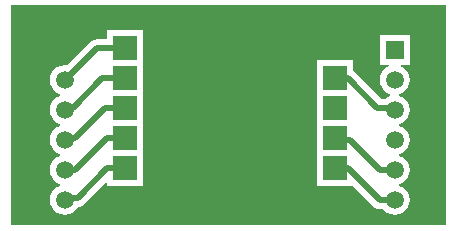
<source format=gtl>
G04*
G04 #@! TF.GenerationSoftware,Altium Limited,Altium Designer,20.0.13 (296)*
G04*
G04 Layer_Physical_Order=1*
G04 Layer_Color=255*
%FSLAX25Y25*%
%MOIN*%
G70*
G01*
G75*
%ADD10R,0.08000X0.08000*%
%ADD11C,0.02000*%
%ADD12R,0.05906X0.05906*%
%ADD13C,0.05906*%
G36*
X247451Y424000D02*
X102549D01*
Y497451D01*
X247451D01*
Y424000D01*
D02*
G37*
%LPC*%
G36*
X146500Y489000D02*
X134500D01*
Y486026D01*
X131148D01*
X130365Y485923D01*
X129635Y485620D01*
X129008Y485140D01*
X121264Y477395D01*
X120500Y477495D01*
X119207Y477325D01*
X118002Y476826D01*
X116968Y476032D01*
X116174Y474998D01*
X115675Y473793D01*
X115505Y472500D01*
X115675Y471207D01*
X116174Y470002D01*
X116968Y468968D01*
X118002Y468174D01*
X118976Y467771D01*
Y467229D01*
X118002Y466826D01*
X116968Y466032D01*
X116174Y464998D01*
X115675Y463793D01*
X115505Y462500D01*
X115675Y461207D01*
X116174Y460002D01*
X116968Y458968D01*
X118002Y458174D01*
X118976Y457771D01*
Y457229D01*
X118002Y456826D01*
X116968Y456032D01*
X116174Y454998D01*
X115675Y453793D01*
X115505Y452500D01*
X115675Y451207D01*
X116174Y450002D01*
X116968Y448968D01*
X118002Y448174D01*
X118976Y447771D01*
Y447229D01*
X118002Y446826D01*
X116968Y446032D01*
X116174Y444998D01*
X115675Y443793D01*
X115505Y442500D01*
X115675Y441207D01*
X116174Y440002D01*
X116968Y438968D01*
X118002Y438174D01*
X118976Y437771D01*
Y437229D01*
X118002Y436826D01*
X116968Y436032D01*
X116174Y434998D01*
X115675Y433793D01*
X115505Y432500D01*
X115675Y431207D01*
X116174Y430002D01*
X116968Y428968D01*
X118002Y428174D01*
X119207Y427675D01*
X120500Y427504D01*
X121793Y427675D01*
X122998Y428174D01*
X124032Y428968D01*
X124826Y430002D01*
X124925Y430240D01*
X125563Y430325D01*
X126293Y430627D01*
X126919Y431108D01*
X134038Y438227D01*
X134500Y438035D01*
Y437000D01*
X146500D01*
Y447000D01*
Y457000D01*
Y467000D01*
Y477000D01*
Y489000D01*
D02*
G37*
G36*
X235453Y487453D02*
X225547D01*
Y477547D01*
X228436D01*
X228536Y477047D01*
X228002Y476826D01*
X226968Y476032D01*
X226174Y474998D01*
X225675Y473793D01*
X225504Y472500D01*
X225675Y471207D01*
X226174Y470002D01*
X226968Y468968D01*
X228002Y468174D01*
X228976Y467771D01*
Y467229D01*
X228002Y466826D01*
X227281Y466273D01*
X226006D01*
X217140Y475140D01*
X216513Y475621D01*
X216500Y475626D01*
Y479000D01*
X204500D01*
Y467000D01*
Y457000D01*
Y447000D01*
Y437000D01*
X216500D01*
X216500Y437000D01*
Y437000D01*
X216921Y436804D01*
X223365Y430360D01*
X223992Y429880D01*
X224721Y429577D01*
X225504Y429474D01*
X226579D01*
X226968Y428968D01*
X228002Y428174D01*
X229207Y427675D01*
X230500Y427504D01*
X231793Y427675D01*
X232998Y428174D01*
X234032Y428968D01*
X234826Y430002D01*
X235325Y431207D01*
X235495Y432500D01*
X235325Y433793D01*
X234826Y434998D01*
X234032Y436032D01*
X232998Y436826D01*
X232024Y437229D01*
Y437771D01*
X232998Y438174D01*
X234032Y438968D01*
X234826Y440002D01*
X235325Y441207D01*
X235495Y442500D01*
X235325Y443793D01*
X234826Y444998D01*
X234032Y446032D01*
X232998Y446826D01*
X232024Y447229D01*
Y447771D01*
X232998Y448174D01*
X234032Y448968D01*
X234826Y450002D01*
X235325Y451207D01*
X235495Y452500D01*
X235325Y453793D01*
X234826Y454998D01*
X234032Y456032D01*
X232998Y456826D01*
X232024Y457229D01*
Y457771D01*
X232998Y458174D01*
X234032Y458968D01*
X234826Y460002D01*
X235325Y461207D01*
X235495Y462500D01*
X235325Y463793D01*
X234826Y464998D01*
X234032Y466032D01*
X232998Y466826D01*
X232024Y467229D01*
Y467771D01*
X232998Y468174D01*
X234032Y468968D01*
X234826Y470002D01*
X235325Y471207D01*
X235495Y472500D01*
X235325Y473793D01*
X234826Y474998D01*
X234032Y476032D01*
X232998Y476826D01*
X232464Y477047D01*
X232564Y477547D01*
X235453D01*
Y487453D01*
D02*
G37*
%LPD*%
D10*
X140500Y493000D02*
D03*
Y483000D02*
D03*
Y473000D02*
D03*
Y463000D02*
D03*
Y453000D02*
D03*
Y443000D02*
D03*
X210500D02*
D03*
Y453000D02*
D03*
Y463000D02*
D03*
Y473000D02*
D03*
Y483000D02*
D03*
Y493000D02*
D03*
D11*
Y473000D02*
X215000D01*
X229753Y463247D02*
X230500Y462500D01*
X224753Y463247D02*
X229753D01*
X215000Y473000D02*
X224753Y463247D01*
X210500Y453000D02*
X211000Y452500D01*
X215505D02*
X225504Y442500D01*
X211000Y452500D02*
X215505D01*
X225504Y442500D02*
X230500D01*
X215004Y443000D02*
X225504Y432500D01*
X210500Y443000D02*
X215004D01*
X225504Y432500D02*
X230500D01*
X134532Y443000D02*
X140500D01*
X124780Y433247D02*
X134532Y443000D01*
X120500Y432500D02*
X121247Y433247D01*
X124780D01*
X134500Y453000D02*
X140500D01*
X124000Y442500D02*
X134500Y453000D01*
X120500Y442500D02*
X124000D01*
X120500Y452500D02*
X121000Y453000D01*
X124000D01*
X134000Y463000D02*
X140500D01*
X124000Y453000D02*
X134000Y463000D01*
X120500Y462500D02*
X121247Y463247D01*
X123247D01*
X133000Y473000D01*
X140500D01*
X131148Y483000D02*
X140500D01*
X120500Y472500D02*
X120648D01*
X131148Y483000D01*
X137500Y480000D02*
X140500Y483000D01*
D12*
X230500Y482500D02*
D03*
X120500D02*
D03*
D13*
X230500Y472500D02*
D03*
Y462500D02*
D03*
Y452500D02*
D03*
Y442500D02*
D03*
Y432500D02*
D03*
X120500Y472500D02*
D03*
Y462500D02*
D03*
Y452500D02*
D03*
Y442500D02*
D03*
Y432500D02*
D03*
M02*

</source>
